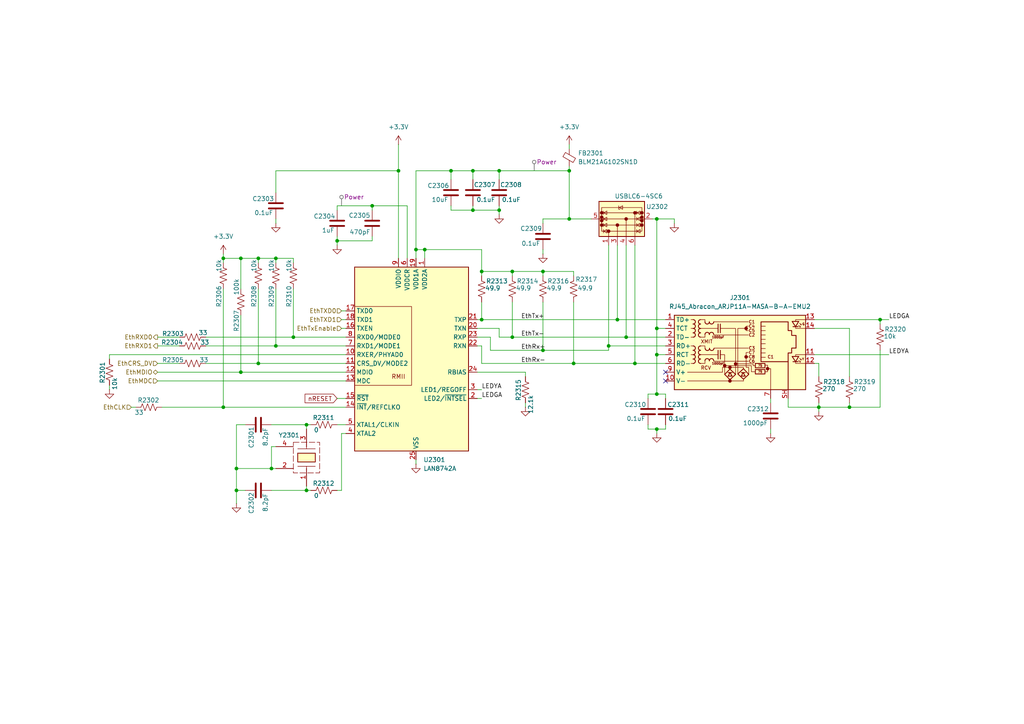
<source format=kicad_sch>
(kicad_sch (version 20250114) (generator "eeschema") (generator_version "9.0")
  (paper "A4")
  (lib_symbols
    (symbol "Connector:RJ45_Abracon_ARJP11A-MASA-B-A-EMU2"
      (property "Reference" "J" (at 18.415 12.7 0))
      (property "Value" "RJ45_Abracon_ARJP11A-MASA-B-A-EMU2" (at -4.445 12.7 0))
      (symbol "RJ45_Abracon_ARJP11A-MASA-B-A-EMU2_0_0"
        (polyline (pts (xy -5.08 8.89) (xy -5.08 6.35)) (stroke (width 0.254)))
        (polyline (pts (xy -5.08 1.27) (xy -5.08 -1.27)) (stroke (width 0.254)))
        (polyline (pts (xy -4.445 8.89) (xy -4.445 6.35)) (stroke (width 0.254)))
        (polyline (pts (xy -4.445 1.27) (xy -4.445 -1.27)) (stroke (width 0.254)))
        (circle (center -3.175 -3.175) (radius 0.0001) (stroke (width 0.508)))
        (circle (center -1.651 -3.683) (radius 0.0001) (stroke (width 0.508)))
        (circle (center -1.651 -7.62) (radius 0.0001) (stroke (width 0.508)))
        (circle (center 0 -2.667) (radius 0.0001) (stroke (width 0.508)))
        (circle (center 3.048 7.62) (radius 0.0001) (stroke (width 0.508)))
        (circle (center 3.048 -0.635) (radius 0.0001) (stroke (width 0.508)))
        (polyline (pts (xy 3.683 8.255) (xy 3.048 8.255) (xy 3.048 6.985) (xy 3.683 6.985)))
        (polyline (pts (xy 3.683 0.635) (xy 3.048 0.635) (xy 3.048 -0.635) (xy 3.683 -0.635)))
        (polyline (pts (xy 8.636 -4.953) (xy 9.271 -4.953) (xy 9.271 -3.048) (xy 8.636 -3.048)))
        (polyline (pts (xy 9.271 -4.064) (xy 10.16 -4.064)))
        (circle (center 9.271 -4.064) (radius 0.0001) (stroke (width 0.508)))
        (polyline (pts (xy 17.399 9.652) (xy 17.399 10.16) (xy 20.32 10.16)))
        (polyline (pts (xy 17.399 -0.508) (xy 17.399 0) (xy 20.32 0)))
        (polyline (pts (xy 20.32 7.62) (xy 17.399 7.62) (xy 17.399 8.128)))
        (polyline (pts (xy 20.32 -2.54) (xy 17.399 -2.54) (xy 17.399 -2.032)))
        (text "XMIT" (at -10.16 3.81 0) (effects (font (size 1.016 1.016)) (justify left)))
        (text "RCV" (at -10.16 -3.81 0) (effects (font (size 1.016 1.016)) (justify left)))
        (text "C1" (at 4.699 9.525 0) (effects (font (size 0.889 0.889))))
        (text "C4" (at 4.699 8.255 0) (effects (font (size 0.889 0.889))))
        (text "C5" (at 4.699 6.985 0) (effects (font (size 0.889 0.889))))
        (text "C2" (at 4.699 5.715 0) (effects (font (size 0.889 0.889))))
        (text "C3" (at 4.699 1.905 0) (effects (font (size 0.889 0.889))))
        (text "C7" (at 4.699 0.635 0) (effects (font (size 0.889 0.889))))
        (text "C8" (at 4.699 -0.635 0) (effects (font (size 0.889 0.889))))
        (text "C6" (at 4.699 -1.905 0) (effects (font (size 0.889 0.889))))
        (text "C1" (at 10.16 -0.635 0) (effects (font (size 0.889 0.889))))
      )
      (symbol "RJ45_Abracon_ARJP11A-MASA-B-A-EMU2_0_1"
        (rectangle (start -17.78 11.43) (end 20.32 -10.16) (stroke (width 0.254)) (fill (type background)))
        (polyline (pts (xy -12.3163 10.16) (xy -12.9513 10.16)))
        (polyline (pts (xy -12.3163 7.62) (xy -12.9513 7.62)))
        (polyline (pts (xy -12.3163 5.08) (xy -12.9513 5.08)))
        (polyline (pts (xy -12.3163 2.54) (xy -12.9513 2.54)))
        (polyline (pts (xy -12.3163 0) (xy -12.9513 0)))
        (polyline (pts (xy -12.3163 -2.54) (xy -12.9513 -2.54)))
        (polyline (pts (xy -10.16 10.16) (xy -8.89 10.16) (xy -8.89 9.525)))
        (polyline (pts (xy -10.16 2.54) (xy -8.89 2.54) (xy -8.89 1.905)))
        (polyline (pts (xy -8.89 5.715) (xy -8.89 5.08) (xy -10.16 5.08)))
        (polyline (pts (xy -8.89 -1.905) (xy -8.89 -2.54) (xy -10.16 -2.54)))
        (polyline (pts (xy -6.35 9.525) (xy 3.683 9.525)))
        (polyline (pts (xy -6.35 5.715) (xy 3.683 5.715)))
        (polyline (pts (xy -6.35 -1.905) (xy 3.683 -1.905)))
        (polyline (pts (xy -6.223 1.905) (xy 3.683 1.905)))
        (polyline (pts (xy -5.08 7.62) (xy -10.16 7.62)))
        (polyline (pts (xy -5.08 0) (xy -10.16 0)))
        (polyline (pts (xy -4.445 7.62) (xy 0 7.62) (xy 0 -5.715)))
        (polyline (pts (xy -4.445 0) (xy -3.175 0) (xy -3.175 -5.715)))
        (polyline (pts (xy 7.366 5.715) (xy 8.636 5.715)))
        (polyline (pts (xy 7.366 4.445) (xy 8.636 4.445)))
        (polyline (pts (xy 7.366 3.175) (xy 8.636 3.175)))
        (polyline (pts (xy 7.366 1.778) (xy 8.636 1.778)))
        (polyline (pts (xy 7.366 0.508) (xy 8.636 0.508)))
        (polyline (pts (xy 8.636 8.255) (xy 7.366 8.255)))
        (polyline (pts (xy 8.636 6.985) (xy 7.366 6.985)))
        (polyline (pts (xy 8.636 -0.762) (xy 7.366 -0.762)))
      )
      (symbol "RJ45_Abracon_ARJP11A-MASA-B-A-EMU2_1_0"
        (text "1000pF" (at -5.08 5.08 0) (effects (font (size 0.635 0.635))))
        (text "1000pF" (at -5.08 -2.54 0) (effects (font (size 0.635 0.635))))
      )
      (symbol "RJ45_Abracon_ARJP11A-MASA-B-A-EMU2_1_1"
        (polyline (pts (xy -13.97 -5.08) (xy -3.81 -5.08)))
        (polyline (pts (xy -13.97 -7.62) (xy 2.286 -7.62)))
        (arc (start -12.3163 2.54) (mid -11.684 1.905) (end -12.3163 1.27) (stroke (width 0.254)))
        (arc (start -12.3136 10.16) (mid -11.6813 9.525) (end -12.3136 8.89) (stroke (width 0.254)))
        (arc (start -12.3136 1.27) (mid -11.6813 0.635) (end -12.3136 0) (stroke (width 0.254)))
        (arc (start -12.3136 0) (mid -11.6813 -0.635) (end -12.3136 -1.27) (stroke (width 0.254)))
        (arc (start -12.3136 -1.27) (mid -11.6813 -1.905) (end -12.3136 -2.54) (stroke (width 0.254)))
        (arc (start -12.3109 8.89) (mid -11.6786 8.255) (end -12.3109 7.62) (stroke (width 0.254)))
        (arc (start -12.3109 7.62) (mid -11.6786 6.985) (end -12.3109 6.35) (stroke (width 0.254)))
        (arc (start -12.3109 6.35) (mid -11.6786 5.715) (end -12.3109 5.08) (stroke (width 0.254)))
        (arc (start -10.1654 8.89) (mid -10.7977 9.525) (end -10.1654 10.16) (stroke (width 0.254)))
        (arc (start -10.1654 7.62) (mid -10.7977 8.255) (end -10.1654 8.89) (stroke (width 0.254)))
        (arc (start -10.1654 6.35) (mid -10.7977 6.985) (end -10.1654 7.62) (stroke (width 0.254)))
        (arc (start -10.1654 1.27) (mid -10.7977 1.905) (end -10.1654 2.54) (stroke (width 0.254)))
        (arc (start -10.1654 0) (mid -10.7977 0.635) (end -10.1654 1.27) (stroke (width 0.254)))
        (arc (start -10.1654 -1.27) (mid -10.7977 -0.635) (end -10.1654 0) (stroke (width 0.254)))
        (arc (start -10.1627 5.08) (mid -10.795 5.715) (end -10.1627 6.35) (stroke (width 0.254)))
        (arc (start -10.1627 -2.54) (mid -10.795 -1.905) (end -10.1627 -1.27) (stroke (width 0.254)))
        (arc (start -7.62 9.5223) (mid -8.255 8.89) (end -8.89 9.5223) (stroke (width 0.254)))
        (arc (start -8.89 5.8447) (mid -8.255 6.477) (end -7.62 5.8447) (stroke (width 0.254)))
        (arc (start -8.89 -1.7753) (mid -8.255 -1.143) (end -7.62 -1.7753) (stroke (width 0.254)))
        (arc (start -7.5565 1.8388) (mid -8.1915 1.2065) (end -8.8265 1.8388) (stroke (width 0.254)))
        (arc (start -6.35 9.525) (mid -6.985 8.8927) (end -7.62 9.525) (stroke (width 0.254)))
        (arc (start -7.62 5.8474) (mid -6.985 6.4797) (end -6.35 5.8474) (stroke (width 0.254)))
        (arc (start -7.62 -1.7726) (mid -6.985 -1.1403) (end -6.35 -1.7726) (stroke (width 0.254)))
        (arc (start -6.2865 1.8415) (mid -6.9215 1.2092) (end -7.5565 1.8415) (stroke (width 0.254)))
        (polyline (pts (xy -3.81 -5.08) (xy -3.81 -3.683) (xy -1.651 -3.683)))
        (polyline (pts (xy -2.159 -5.207) (xy -1.016 -5.207)) (stroke (width 0.254)))
        (polyline (pts (xy -2.159 -6.223) (xy -1.016 -6.223) (xy -1.651 -5.207) (xy -2.159 -6.223)) (stroke (width 0.254)))
        (polyline (pts (xy -1.905 -3.683) (xy -1.651 -3.683) (xy -1.651 -4.191)))
        (polyline (pts (xy -1.651 -3.683) (xy 2.286 -3.683) (xy 2.286 -4.064)))
        (polyline (pts (xy -1.651 -4.191) (xy -3.175 -5.715) (xy -1.651 -7.239) (xy 0 -5.715) (xy -1.651 -4.191)) (stroke (width 0.254)))
        (polyline (pts (xy -1.651 -7.239) (xy -1.651 -7.493)))
        (polyline (pts (xy 1.651 -5.207) (xy 2.794 -5.207)) (stroke (width 0.254)))
        (polyline (pts (xy 1.651 -6.223) (xy 2.794 -6.223) (xy 2.159 -5.207) (xy 1.651 -6.223)) (stroke (width 0.254)))
        (polyline (pts (xy 2.286 -4.064) (xy 0.635 -5.588) (xy 2.286 -7.112) (xy 3.81 -5.715) (xy 2.286 -4.064)) (stroke (width 0.254)))
        (polyline (pts (xy 2.286 -7.112) (xy 2.286 -7.62)))
        (polyline (pts (xy 3.048 7.62) (xy 0.635 7.62) (xy 0.635 -5.588)))
        (polyline (pts (xy 3.048 -0.508) (xy 3.048 -3.683) (xy 3.81 -3.683) (xy 3.81 -5.715)))
        (polyline (pts (xy 5.715 -3.175) (xy 5.08 -3.175) (xy 5.08 -2.667) (xy 0 -2.667)))
        (polyline (pts (xy 5.715 -4.953) (xy 4.572 -4.953) (xy 4.572 -3.175) (xy -3.175 -3.175)))
        (polyline (pts (xy 7.366 -2.032) (xy 7.366 9.525) (xy 15.24 9.525) (xy 15.24 6.985) (xy 16.256 6.985) (xy 16.256 5.588) (xy 17.526 5.588) (xy 17.526 1.905) (xy 16.256 1.905) (xy 16.256 0.508) (xy 15.24 0.508) (xy 15.24 -2.032) (xy 7.366 -2.032)) (stroke (width 0.254)))
        (rectangle (start 8.509 -3.81) (end 5.715 -2.54) (stroke (width 0.254)))
        (rectangle (start 8.509 -5.588) (end 5.715 -4.318) (stroke (width 0.254)))
        (polyline (pts (xy 10.16 -4.064) (xy 10.16 -10.16)))
        (polyline (pts (xy 15.24 -10.16) (xy 15.24 -2.032)) (stroke (width 0.254)))
        (polyline (pts (xy 18.161 8.128) (xy 16.637 8.128)) (stroke (width 0.254)))
        (polyline (pts (xy 18.161 -2.032) (xy 16.637 -2.032)) (stroke (width 0.254)))
        (polyline (pts (xy 18.288 9.652) (xy 16.383 9.652) (xy 17.399 8.128) (xy 18.288 9.652)) (stroke (width 0.254)))
        (polyline (pts (xy 18.288 8.509) (xy 18.796 8.001) (xy 18.542 8.001)))
        (polyline (pts (xy 18.288 -0.508) (xy 16.383 -0.508) (xy 17.399 -2.032) (xy 18.288 -0.508)) (stroke (width 0.254)))
        (polyline (pts (xy 18.288 -1.651) (xy 18.796 -2.159) (xy 18.542 -2.159)))
        (polyline (pts (xy 18.542 9.144) (xy 19.05 8.636) (xy 18.796 8.636)))
        (polyline (pts (xy 18.542 -1.016) (xy 19.05 -1.524) (xy 18.796 -1.524)))
        (polyline (pts (xy 18.796 8.001) (xy 18.796 8.255)))
        (polyline (pts (xy 18.796 -2.159) (xy 18.796 -1.905)))
        (polyline (pts (xy 19.05 8.636) (xy 19.05 8.89)))
        (polyline (pts (xy 19.05 -1.524) (xy 19.05 -1.27)))
        (text "75" (at 7.112 -3.175 0) (effects (font (size 0.635 0.635))))
        (text "75" (at 7.112 -4.953 0) (effects (font (size 0.635 0.635))))
        (text "Y" (at 19.558 -1.27 0) (effects (font (size 0.635 0.635))))
        (text "G" (at 19.685 8.89 0) (effects (font (size 0.635 0.635))))
        (pin passive line (at -20.32 10.16 0) (length 2.54) (name "TD+") (number "1"))
        (pin passive line (at -20.32 7.62 0) (length 2.54) (name "TCT") (number "4"))
        (pin passive line (at -20.32 5.08 0) (length 2.54) (name "TD-") (number "2"))
        (pin passive line (at -20.32 2.54 0) (length 2.54) (name "RD+") (number "3"))
        (pin passive line (at -20.32 0 0) (length 2.54) (name "RCT") (number "5"))
        (pin passive line (at -20.32 -2.54 0) (length 2.54) (name "RD-") (number "6"))
        (pin power_out line (at -20.32 -5.08 0) (length 2.54) (name "V+") (number "9"))
        (pin power_out line (at -20.32 -7.62 0) (length 2.54) (name "V-") (number "10"))
        (pin power_in line (at 10.16 -12.7 90) (length 2.54) (name "") (number "7"))
        (pin passive line (at 15.24 -12.7 90) (length 2.54) (name "") (number "SH"))
        (pin no_connect line (at 20.32 5.08 0) (length 0) (hide yes) (name "NC") (number "8"))
        (pin passive line (at 22.86 10.16 180) (length 2.54) (name "") (number "13"))
        (pin passive line (at 22.86 7.62 180) (length 2.54) (name "") (number "14"))
        (pin passive line (at 22.86 0 180) (length 2.54) (name "") (number "11"))
        (pin passive line (at 22.86 -2.54 180) (length 2.54) (name "") (number "12"))
      )
    )
    (symbol "Device:C" (pin_numbers (hide yes)) (pin_names (offset 0.254))
      (property "Reference" "C" (at 0.635 2.54 0))
      (property "Value" "C" (at 0.635 -2.54 0))
      (symbol "C_0_1"
        (polyline (pts (xy -2.032 0.762) (xy 2.032 0.762)) (stroke (width 0.508)))
        (polyline (pts (xy -2.032 -0.762) (xy 2.032 -0.762)) (stroke (width 0.508)))
      )
      (symbol "C_1_1"
        (pin passive line (at 0 3.81 270) (length 2.794) (name "~") (number "1"))
        (pin passive line (at 0 -3.81 90) (length 2.794) (name "~") (number "2"))
      )
    )
    (symbol "Device:FerriteBead_Small" (pin_numbers (hide yes)) (pin_names (offset 0))
      (property "Reference" "FB" (at 1.905 1.27 0))
      (property "Value" "FerriteBead_Small" (at 1.905 -1.27 0))
      (symbol "FerriteBead_Small_0_1"
        (polyline (pts (xy -1.8288 0.2794) (xy -1.1176 1.4986) (xy 1.8288 -0.2032) (xy 1.1176 -1.4224) (xy -1.8288 0.2794)))
        (polyline (pts (xy 0 0.889) (xy 0 1.2954)))
        (polyline (pts (xy 0 -1.27) (xy 0 -0.7874)))
      )
      (symbol "FerriteBead_Small_1_1"
        (pin passive line (at 0 2.54 270) (length 1.27) (name "~") (number "1"))
        (pin passive line (at 0 -2.54 90) (length 1.27) (name "~") (number "2"))
      )
    )
    (symbol "Device:R_US" (pin_numbers (hide yes)) (pin_names (offset 0))
      (property "Reference" "R" (at 2.54 0 90))
      (property "Value" "R_US" (at -2.54 0 90))
      (symbol "R_US_0_1"
        (polyline (pts (xy 0 2.286) (xy 0 2.54)))
        (polyline (pts (xy 0 2.286) (xy 1.016 1.905) (xy 0 1.524) (xy -1.016 1.143) (xy 0 0.762)))
        (polyline (pts (xy 0 0.762) (xy 1.016 0.381) (xy 0 0) (xy -1.016 -0.381) (xy 0 -0.762)))
        (polyline (pts (xy 0 -0.762) (xy 1.016 -1.143) (xy 0 -1.524) (xy -1.016 -1.905) (xy 0 -2.286)))
        (polyline (pts (xy 0 -2.286) (xy 0 -2.54)))
      )
      (symbol "R_US_1_1"
        (pin passive line (at 0 3.81 270) (length 1.27) (name "~") (number "1"))
        (pin passive line (at 0 -3.81 90) (length 1.27) (name "~") (number "2"))
      )
    )
    (symbol "ECS-2033-250-BN:ECS-2033-250-BN"
      (property "Reference" "Y" (at 10.668 7.366 0))
      (property "Value" "ECS-2033-250-BN" (at 3.81 5.588 0))
      (symbol "ECS-2033-250-BN_0_1"
        (polyline (pts (xy 9.525 2.54) (xy 9.525 -2.54)))
        (polyline (pts (xy 14.605 2.54) (xy 14.605 -2.54)))
      )
      (symbol "ECS-2033-250-BN_1_1"
        (rectangle (start 7.62 3.81) (end 16.51 -3.81) (stroke (width 0) (type dash)))
        (polyline (pts (xy 8.89 0) (xy 9.525 0)))
        (rectangle (start 10.795 2.54) (end 13.335 -2.54) (stroke (width 0.254)) (fill (type background)))
        (polyline (pts (xy 15.24 0) (xy 14.605 0)))
        (pin passive line (at 3.81 0 0) (length 5.08) (name "") (number "1"))
        (pin passive line (at 8.89 -8.89 90) (length 5.08) (name "") (number "2"))
        (pin passive line (at 15.24 -8.89 90) (length 5.08) (name "") (number "4"))
        (pin passive line (at 20.32 0 180) (length 5.08) (name "") (number "3"))
      )
    )
    (symbol "Interface_Ethernet:LAN8742A"
      (property "Reference" "U" (at -13.97 29.21 0))
      (property "Value" "LAN8742A" (at 15.24 29.21 0))
      (symbol "LAN8742A_0_0"
        (text "RMII" (at -5.08 -3.81 0) (effects (font (size 1.27 1.27))))
      )
      (symbol "LAN8742A_0_1"
        (rectangle (start -17.78 27.94) (end 15.24 -25.4) (stroke (width 0.254)) (fill (type background)))
        (polyline (pts (xy -17.78 -6.35) (xy -1.27 -6.35) (xy -1.27 16.51) (xy -17.78 16.51)))
      )
      (symbol "LAN8742A_1_1"
        (pin input line (at -20.32 15.24 0) (length 2.54) (name "TXD0") (number "17"))
        (pin input line (at -20.32 12.7 0) (length 2.54) (name "TXD1") (number "18"))
        (pin input line (at -20.32 10.16 0) (length 2.54) (name "TXEN") (number "16"))
        (pin bidirectional line (at -20.32 7.62 0) (length 2.54) (name "RXD0/MODE0") (number "8"))
        (pin bidirectional line (at -20.32 5.08 0) (length 2.54) (name "RXD1/MODE1") (number "7"))
        (pin output line (at -20.32 2.54 0) (length 2.54) (name "RXER/PHYAD0") (number "10"))
        (pin bidirectional line (at -20.32 0 0) (length 2.54) (name "CRS_DV/MODE2") (number "11"))
        (pin bidirectional line (at -20.32 -2.54 0) (length 2.54) (name "MDIO") (number "12"))
        (pin input line (at -20.32 -5.08 0) (length 2.54) (name "MDC") (number "13"))
        (pin input line (at -20.32 -10.16 0) (length 2.54) (name "~{RST}") (number "15"))
        (pin output line (at -20.32 -12.7 0) (length 2.54) (name "~{INT}/REFCLKO") (number "14"))
        (pin input line (at -20.32 -17.78 0) (length 2.54) (name "XTAL1/CLKIN") (number "5"))
        (pin output line (at -20.32 -20.32 0) (length 2.54) (name "XTAL2") (number "4"))
        (pin power_in line (at -5.08 30.48 270) (length 2.54) (name "VDDIO") (number "9"))
        (pin power_in line (at -2.54 30.48 270) (length 2.54) (name "VDDCR") (number "6"))
        (pin power_in line (at 0 30.48 270) (length 2.54) (name "VDD1A") (number "19"))
        (pin power_in line (at 0 -27.94 90) (length 2.54) (name "VSS") (number "25"))
        (pin power_in line (at 2.54 30.48 270) (length 2.54) (name "VDD2A") (number "1"))
        (pin passive line (at 17.78 12.7 180) (length 2.54) (name "TXP") (number "21"))
        (pin passive line (at 17.78 10.16 180) (length 2.54) (name "TXN") (number "20"))
        (pin passive line (at 17.78 7.62 180) (length 2.54) (name "RXP") (number "23"))
        (pin passive line (at 17.78 5.08 180) (length 2.54) (name "RXN") (number "22"))
        (pin passive line (at 17.78 -2.54 180) (length 2.54) (name "RBIAS") (number "24"))
        (pin bidirectional line (at 17.78 -7.62 180) (length 2.54) (name "LED1/REGOFF") (number "3"))
        (pin bidirectional line (at 17.78 -10.16 180) (length 2.54) (name "LED2/~{INTSEL}") (number "2"))
      )
    )
    (symbol "Power_Protection:USBLC6-4SC6" (pin_names (hide yes))
      (property "Reference" "U" (at 1.27 9.525 0))
      (property "Value" "USBLC6-4SC6" (at 1.27 6.985 0))
      (symbol "USBLC6-4SC6_0_0"
        (circle (center -3.556 2.54) (radius 0.0001) (stroke (width 0.508)))
        (circle (center -1.778 4.572) (radius 0.0001) (stroke (width 0.508)))
        (circle (center -1.778 0) (radius 0.0001) (stroke (width 0.508)))
        (circle (center -1.778 -7.112) (radius 0.0001) (stroke (width 0.508)))
        (circle (center -0.508 4.572) (radius 0.0001) (stroke (width 0.508)))
        (circle (center -0.508 -7.112) (radius 0.0001) (stroke (width 0.508)))
        (circle (center 0 -2.54) (radius 0.0001) (stroke (width 0.508)))
        (circle (center 0.508 4.572) (radius 0.0001) (stroke (width 0.508)))
        (circle (center 0.508 -7.112) (radius 0.0001) (stroke (width 0.508)))
        (circle (center 1.778 4.572) (radius 0.0001) (stroke (width 0.508)))
        (circle (center 1.778 -5.08) (radius 0.0001) (stroke (width 0.508)))
        (circle (center 1.778 -7.112) (radius 0.0001) (stroke (width 0.508)))
      )
      (symbol "USBLC6-4SC6_0_1"
        (polyline (pts (xy -5.08 2.54) (xy -3.556 2.54)))
        (polyline (pts (xy -5.08 0) (xy -1.778 0)))
        (polyline (pts (xy -5.08 -2.54) (xy 0 -2.54)))
        (polyline (pts (xy -5.08 -5.08) (xy 1.778 -5.08)))
        (polyline (pts (xy -4.064 3.048) (xy -3.048 3.048) (xy -3.556 4.064) (xy -4.064 3.048)))
        (polyline (pts (xy -4.064 -5.588) (xy -3.048 -5.588)))
        (polyline (pts (xy -3.048 4.064) (xy -4.064 4.064)))
        (polyline (pts (xy -3.048 -6.604) (xy -4.064 -6.604) (xy -3.556 -5.588) (xy -3.048 -6.604)))
        (polyline (pts (xy -2.286 4.064) (xy -1.27 4.064)))
        (polyline (pts (xy -2.286 -5.588) (xy -1.27 -5.588)))
        (polyline (pts (xy -1.27 3.048) (xy -2.286 3.048) (xy -1.778 4.064) (xy -1.27 3.048)))
        (polyline (pts (xy -1.27 -6.604) (xy -2.286 -6.604) (xy -1.778 -5.588) (xy -1.27 -6.604)))
        (polyline (pts (xy -0.508 3.048) (xy 0.508 3.048) (xy 0 4.064) (xy -0.508 3.048)))
        (polyline (pts (xy -0.508 -5.588) (xy 0.508 -5.588)))
        (polyline (pts (xy -0.508 -6.604) (xy 0.508 -6.604) (xy 0 -5.588) (xy -0.508 -6.604)))
        (polyline (pts (xy 0 5.08) (xy 0.508 4.572)))
        (polyline (pts (xy 0.508 4.064) (xy -0.508 4.064)))
        (polyline (pts (xy 0.508 -7.112) (xy -0.508 -7.112)))
        (polyline (pts (xy 1.27 4.064) (xy 2.286 4.064)))
        (polyline (pts (xy 1.27 -6.604) (xy 2.286 -6.604) (xy 1.778 -5.588) (xy 1.27 -6.604)))
        (polyline (pts (xy 1.778 4.572) (xy 3.302 4.572) (xy 3.302 -7.112) (xy 1.778 -7.112)))
        (polyline (pts (xy 2.286 3.048) (xy 1.27 3.048) (xy 1.778 4.064) (xy 2.286 3.048)))
        (polyline (pts (xy 2.286 -5.588) (xy 1.27 -5.588)))
        (polyline (pts (xy 2.794 -0.762) (xy 2.794 -0.381) (xy 3.81 -0.381)))
        (polyline (pts (xy 3.81 -1.524) (xy 2.794 -1.524) (xy 3.302 -0.508) (xy 3.81 -1.524)))
      )
      (symbol "USBLC6-4SC6_1_1"
        (rectangle (start -5.08 5.334) (end 5.08 -7.874) (stroke (width 0.254)) (fill (type background)))
        (polyline (pts (xy -1.778 4.572) (xy -3.556 4.572) (xy -3.556 -7.112) (xy -1.778 -7.112)))
        (polyline (pts (xy -0.508 4.572) (xy 1.778 4.572) (xy 1.778 -7.112) (xy 0.508 -7.112)))
        (polyline (pts (xy 0 -7.62) (xy -0.508 -7.112) (xy -1.778 -7.112) (xy -1.778 4.572) (xy -0.508 4.572)))
        (polyline (pts (xy 0.508 -7.112) (xy 0 -6.604) (xy 0 4.064) (xy -0.508 4.572)))
        (pin passive line (at -7.62 2.54 0) (length 2.54) (name "I/O1") (number "1"))
        (pin passive line (at -7.62 0 0) (length 2.54) (name "I/O2") (number "3"))
        (pin passive line (at -7.62 -2.54 0) (length 2.54) (name "I/O3") (number "4"))
        (pin passive line (at -7.62 -5.08 0) (length 2.54) (name "I/O4") (number "6"))
        (pin passive line (at 0 7.62 270) (length 2.54) (name "VBUS") (number "5"))
        (pin passive line (at 0 -10.16 90) (length 2.54) (name "GND") (number "2"))
      )
    )
    (symbol "power:+3.3V" (power) (pin_numbers (hide yes)) (pin_names (offset 0) (hide yes))
      (property "Value" "+3.3V" (at 0 3.556 0))
      (symbol "+3.3V_0_1"
        (polyline (pts (xy -0.762 1.27) (xy 0 2.54)))
        (polyline (pts (xy 0 2.54) (xy 0.762 1.27)))
        (polyline (pts (xy 0 0) (xy 0 2.54)))
      )
      (symbol "+3.3V_1_1"
        (pin power_in line (at 0 0 90) (length 0) (name "~") (number "1"))
      )
    )
    (symbol "power:GND" (power) (pin_numbers (hide yes)) (pin_names (offset 0) (hide yes))
      (property "Value" "GND" (at 0 -3.81 0))
      (symbol "GND_0_1"
        (polyline (pts (xy 0 0) (xy 0 -1.27) (xy 1.27 -1.27) (xy 0 -2.54) (xy -1.27 -1.27) (xy 0 -1.27)))
      )
      (symbol "GND_1_1"
        (pin power_in line (at 0 0 270) (length 0) (name "~") (number "1"))
      )
    )
  )
  (junction (at 78.74 135.89))
  (junction (at 130.81 49.53))
  (junction (at 157.48 101.6))
  (junction (at 139.7 78.74))
  (junction (at 190.5 102.87))
  (junction (at 74.93 74.93))
  (junction (at 120.65 72.39))
  (junction (at 80.01 100.33))
  (junction (at 107.95 59.69))
  (junction (at 237.49 118.11))
  (junction (at 148.59 78.74))
  (junction (at 246.38 118.11))
  (junction (at 144.78 49.53))
  (junction (at 190.5 124.46))
  (junction (at 68.58 135.89))
  (junction (at 165.1 63.5))
  (junction (at 181.61 97.79))
  (junction (at 184.15 105.41))
  (junction (at 139.7 92.71))
  (junction (at 148.59 97.79))
  (junction (at 69.85 74.93))
  (junction (at 74.93 105.41))
  (junction (at 144.78 60.96))
  (junction (at 137.16 60.96))
  (junction (at 68.58 142.24))
  (junction (at 97.79 69.85))
  (junction (at 176.53 100.33))
  (junction (at 137.16 49.53))
  (junction (at 157.48 78.74))
  (junction (at 85.09 97.79))
  (junction (at 88.9 142.24))
  (junction (at 123.19 72.39))
  (junction (at 255.27 92.71))
  (junction (at 190.5 114.3))
  (junction (at 88.9 123.19))
  (junction (at 190.5 63.5))
  (junction (at 64.77 74.93))
  (junction (at 115.57 49.53))
  (junction (at 166.37 105.41))
  (junction (at 69.85 107.95))
  (junction (at 190.5 95.25))
  (junction (at 165.1 49.53))
  (junction (at 179.07 92.71))
  (junction (at 64.77 118.11))
  (junction (at 80.01 74.93))
  (no_connect (at 193.04 107.95))
  (no_connect (at 193.04 110.49))
  (wire (pts (xy 99.06 95.25) (xy 100.33 95.25)))
  (wire (pts (xy 190.5 102.87) (xy 190.5 114.3)))
  (wire (pts (xy 130.81 49.53) (xy 137.16 49.53)))
  (wire (pts (xy 88.9 142.24) (xy 88.9 140.97)))
  (wire (pts (xy 171.45 63.5) (xy 165.1 63.5)))
  (wire (pts (xy 69.85 74.93) (xy 74.93 74.93)))
  (wire (pts (xy 187.96 124.46) (xy 190.5 124.46)))
  (wire (pts (xy 246.38 118.11) (xy 237.49 118.11)))
  (wire (pts (xy 190.5 114.3) (xy 187.96 114.3)))
  (wire (pts (xy 80.01 63.5) (xy 80.01 64.77)))
  (wire (pts (xy 31.75 111.76) (xy 31.75 113.03)))
  (wire (pts (xy 193.04 123.19) (xy 193.04 124.46)))
  (wire (pts (xy 139.7 92.71) (xy 179.07 92.71)))
  (wire (pts (xy 139.7 78.74) (xy 148.59 78.74)))
  (wire (pts (xy 255.27 101.6) (xy 255.27 118.11)))
  (wire (pts (xy 85.09 97.79) (xy 100.33 97.79)))
  (wire (pts (xy 68.58 146.05) (xy 68.58 142.24)))
  (wire (pts (xy 97.79 68.58) (xy 97.79 69.85)))
  (wire (pts (xy 138.43 115.57) (xy 139.7 115.57)))
  (wire (pts (xy 144.78 49.53) (xy 165.1 49.53)))
  (wire (pts (xy 166.37 80.01) (xy 166.37 78.74)))
  (wire (pts (xy 246.38 116.84) (xy 246.38 118.11)))
  (wire (pts (xy 179.07 92.71) (xy 193.04 92.71)))
  (wire (pts (xy 193.04 97.79) (xy 181.61 97.79)))
  (wire (pts (xy 137.16 59.69) (xy 137.16 60.96)))
  (wire (pts (xy 74.93 76.2) (xy 74.93 74.93)))
  (wire (pts (xy 64.77 73.66) (xy 64.77 74.93)))
  (wire (pts (xy 152.4 109.22) (xy 152.4 107.95)))
  (wire (pts (xy 64.77 118.11) (xy 100.33 118.11)))
  (wire (pts (xy 85.09 83.82) (xy 85.09 97.79)))
  (wire (pts (xy 138.43 92.71) (xy 139.7 92.71)))
  (wire (pts (xy 190.5 63.5) (xy 190.5 95.25)))
  (wire (pts (xy 78.74 142.24) (xy 88.9 142.24)))
  (wire (pts (xy 157.48 78.74) (xy 157.48 80.01)))
  (wire (pts (xy 176.53 71.12) (xy 176.53 100.33)))
  (wire (pts (xy 80.01 83.82) (xy 80.01 100.33)))
  (wire (pts (xy 187.96 123.19) (xy 187.96 124.46)))
  (wire (pts (xy 45.72 97.79) (xy 52.07 97.79)))
  (wire (pts (xy 236.22 95.25) (xy 246.38 95.25)))
  (wire (pts (xy 107.95 59.69) (xy 107.95 60.96)))
  (wire (pts (xy 152.4 107.95) (xy 138.43 107.95)))
  (wire (pts (xy 184.15 71.12) (xy 184.15 105.41)))
  (wire (pts (xy 228.6 115.57) (xy 228.6 118.11)))
  (wire (pts (xy 148.59 87.63) (xy 148.59 97.79)))
  (wire (pts (xy 78.74 129.54) (xy 80.01 129.54)))
  (wire (pts (xy 144.78 97.79) (xy 148.59 97.79)))
  (wire (pts (xy 223.52 124.46) (xy 223.52 125.73)))
  (wire (pts (xy 137.16 52.07) (xy 137.16 49.53)))
  (wire (pts (xy 246.38 109.22) (xy 246.38 95.25)))
  (wire (pts (xy 107.95 69.85) (xy 97.79 69.85)))
  (wire (pts (xy 157.48 101.6) (xy 176.53 101.6)))
  (wire (pts (xy 120.65 49.53) (xy 120.65 72.39)))
  (wire (pts (xy 166.37 105.41) (xy 184.15 105.41)))
  (wire (pts (xy 99.06 125.73) (xy 100.33 125.73)))
  (wire (pts (xy 74.93 83.82) (xy 74.93 105.41)))
  (wire (pts (xy 139.7 105.41) (xy 139.7 100.33)))
  (wire (pts (xy 68.58 123.19) (xy 71.12 123.19)))
  (wire (pts (xy 80.01 135.89) (xy 78.74 135.89)))
  (wire (pts (xy 97.79 60.96) (xy 97.79 59.69)))
  (wire (pts (xy 184.15 105.41) (xy 193.04 105.41)))
  (wire (pts (xy 123.19 72.39) (xy 139.7 72.39)))
  (wire (pts (xy 193.04 114.3) (xy 190.5 114.3)))
  (wire (pts (xy 130.81 52.07) (xy 130.81 49.53)))
  (wire (pts (xy 64.77 76.2) (xy 64.77 74.93)))
  (wire (pts (xy 137.16 49.53) (xy 144.78 49.53)))
  (wire (pts (xy 190.5 124.46) (xy 190.5 125.73)))
  (wire (pts (xy 166.37 87.63) (xy 166.37 105.41)))
  (wire (pts (xy 157.48 78.74) (xy 166.37 78.74)))
  (wire (pts (xy 120.65 133.35) (xy 120.65 134.62)))
  (wire (pts (xy 68.58 142.24) (xy 71.12 142.24)))
  (wire (pts (xy 176.53 101.6) (xy 176.53 100.33)))
  (wire (pts (xy 195.58 64.77) (xy 195.58 63.5)))
  (wire (pts (xy 120.65 72.39) (xy 123.19 72.39)))
  (wire (pts (xy 130.81 60.96) (xy 137.16 60.96)))
  (wire (pts (xy 237.49 109.22) (xy 237.49 105.41)))
  (wire (pts (xy 59.69 105.41) (xy 74.93 105.41)))
  (wire (pts (xy 45.72 110.49) (xy 100.33 110.49)))
  (wire (pts (xy 31.75 102.87) (xy 100.33 102.87)))
  (wire (pts (xy 78.74 123.19) (xy 88.9 123.19)))
  (wire (pts (xy 148.59 80.01) (xy 148.59 78.74)))
  (wire (pts (xy 157.48 63.5) (xy 157.48 64.77)))
  (wire (pts (xy 68.58 142.24) (xy 68.58 135.89)))
  (wire (pts (xy 181.61 71.12) (xy 181.61 97.79)))
  (wire (pts (xy 120.65 49.53) (xy 130.81 49.53)))
  (wire (pts (xy 99.06 142.24) (xy 99.06 125.73)))
  (wire (pts (xy 46.99 118.11) (xy 64.77 118.11)))
  (wire (pts (xy 190.5 124.46) (xy 193.04 124.46)))
  (wire (pts (xy 59.69 97.79) (xy 85.09 97.79)))
  (wire (pts (xy 59.69 100.33) (xy 80.01 100.33)))
  (wire (pts (xy 88.9 142.24) (xy 90.17 142.24)))
  (wire (pts (xy 130.81 59.69) (xy 130.81 60.96)))
  (wire (pts (xy 228.6 118.11) (xy 237.49 118.11)))
  (wire (pts (xy 38.1 118.11) (xy 39.37 118.11)))
  (wire (pts (xy 237.49 118.11) (xy 237.49 119.38)))
  (wire (pts (xy 187.96 114.3) (xy 187.96 115.57)))
  (wire (pts (xy 144.78 49.53) (xy 144.78 52.07)))
  (wire (pts (xy 157.48 72.39) (xy 157.48 73.66)))
  (wire (pts (xy 165.1 49.53) (xy 165.1 63.5)))
  (wire (pts (xy 69.85 91.44) (xy 69.85 107.95)))
  (wire (pts (xy 144.78 59.69) (xy 144.78 60.96)))
  (wire (pts (xy 223.52 115.57) (xy 223.52 116.84)))
  (wire (pts (xy 236.22 105.41) (xy 237.49 105.41)))
  (wire (pts (xy 255.27 92.71) (xy 255.27 93.98)))
  (wire (pts (xy 97.79 59.69) (xy 107.95 59.69)))
  (wire (pts (xy 138.43 95.25) (xy 144.78 95.25)))
  (wire (pts (xy 99.06 142.24) (xy 97.79 142.24)))
  (wire (pts (xy 157.48 87.63) (xy 157.48 101.6)))
  (wire (pts (xy 78.74 129.54) (xy 78.74 135.89)))
  (wire (pts (xy 165.1 41.91) (xy 165.1 43.18)))
  (wire (pts (xy 142.24 97.79) (xy 142.24 101.6)))
  (wire (pts (xy 190.5 63.5) (xy 195.58 63.5)))
  (wire (pts (xy 190.5 102.87) (xy 193.04 102.87)))
  (wire (pts (xy 68.58 135.89) (xy 78.74 135.89)))
  (wire (pts (xy 107.95 59.69) (xy 118.11 59.69)))
  (wire (pts (xy 80.01 100.33) (xy 100.33 100.33)))
  (wire (pts (xy 236.22 102.87) (xy 257.81 102.87)))
  (wire (pts (xy 97.79 69.85) (xy 97.79 71.12)))
  (wire (pts (xy 139.7 100.33) (xy 138.43 100.33)))
  (wire (pts (xy 88.9 123.19) (xy 90.17 123.19)))
  (wire (pts (xy 193.04 100.33) (xy 176.53 100.33)))
  (wire (pts (xy 88.9 123.19) (xy 88.9 124.46)))
  (wire (pts (xy 123.19 72.39) (xy 123.19 74.93)))
  (wire (pts (xy 138.43 113.03) (xy 139.7 113.03)))
  (wire (pts (xy 193.04 115.57) (xy 193.04 114.3)))
  (wire (pts (xy 237.49 116.84) (xy 237.49 118.11)))
  (wire (pts (xy 64.77 83.82) (xy 64.77 118.11)))
  (wire (pts (xy 139.7 80.01) (xy 139.7 78.74)))
  (wire (pts (xy 74.93 74.93) (xy 80.01 74.93)))
  (wire (pts (xy 69.85 107.95) (xy 100.33 107.95)))
  (wire (pts (xy 97.79 115.57) (xy 100.33 115.57)))
  (wire (pts (xy 45.72 100.33) (xy 52.07 100.33)))
  (wire (pts (xy 85.09 74.93) (xy 85.09 76.2)))
  (wire (pts (xy 31.75 102.87) (xy 31.75 104.14)))
  (wire (pts (xy 236.22 92.71) (xy 255.27 92.71)))
  (wire (pts (xy 148.59 78.74) (xy 157.48 78.74)))
  (wire (pts (xy 157.48 63.5) (xy 165.1 63.5)))
  (wire (pts (xy 190.5 95.25) (xy 190.5 102.87)))
  (wire (pts (xy 115.57 41.91) (xy 115.57 49.53)))
  (wire (pts (xy 179.07 71.12) (xy 179.07 92.71)))
  (wire (pts (xy 148.59 97.79) (xy 181.61 97.79)))
  (wire (pts (xy 107.95 68.58) (xy 107.95 69.85)))
  (wire (pts (xy 99.06 90.17) (xy 100.33 90.17)))
  (wire (pts (xy 165.1 48.26) (xy 165.1 49.53)))
  (wire (pts (xy 144.78 60.96) (xy 137.16 60.96)))
  (wire (pts (xy 69.85 83.82) (xy 69.85 74.93)))
  (wire (pts (xy 190.5 95.25) (xy 193.04 95.25)))
  (wire (pts (xy 80.01 74.93) (xy 85.09 74.93)))
  (wire (pts (xy 45.72 107.95) (xy 69.85 107.95)))
  (wire (pts (xy 45.72 105.41) (xy 52.07 105.41)))
  (wire (pts (xy 139.7 105.41) (xy 166.37 105.41)))
  (wire (pts (xy 138.43 97.79) (xy 142.24 97.79)))
  (wire (pts (xy 97.79 123.19) (xy 100.33 123.19)))
  (wire (pts (xy 120.65 72.39) (xy 120.65 74.93)))
  (wire (pts (xy 64.77 74.93) (xy 69.85 74.93)))
  (wire (pts (xy 139.7 87.63) (xy 139.7 92.71)))
  (wire (pts (xy 139.7 78.74) (xy 139.7 72.39)))
  (wire (pts (xy 246.38 118.11) (xy 255.27 118.11)))
  (wire (pts (xy 144.78 95.25) (xy 144.78 97.79)))
  (wire (pts (xy 144.78 60.96) (xy 144.78 62.23)))
  (wire (pts (xy 80.01 55.88) (xy 80.01 49.53)))
  (wire (pts (xy 189.23 63.5) (xy 190.5 63.5)))
  (wire (pts (xy 80.01 49.53) (xy 115.57 49.53)))
  (wire (pts (xy 115.57 49.53) (xy 115.57 74.93)))
  (wire (pts (xy 142.24 101.6) (xy 157.48 101.6)))
  (wire (pts (xy 255.27 92.71) (xy 257.81 92.71)))
  (wire (pts (xy 152.4 116.84) (xy 152.4 118.11)))
  (wire (pts (xy 80.01 76.2) (xy 80.01 74.93)))
  (wire (pts (xy 118.11 59.69) (xy 118.11 74.93)))
  (wire (pts (xy 99.06 92.71) (xy 100.33 92.71)))
  (wire (pts (xy 74.93 105.41) (xy 100.33 105.41)))
  (wire (pts (xy 68.58 123.19) (xy 68.58 135.89)))
  (label "LEDGA" (at 139.7 115.57 0))
  (label "EthRx-" (at 151.13 105.41 0))
  (label "EthTx-" (at 151.13 97.79 0))
  (label "EthTx+" (at 151.13 92.71 0))
  (label "LEDYA" (at 139.7 113.03 0))
  (label "EthRx+" (at 151.13 101.6 0))
  (label "LEDGA" (at 257.81 92.71 0))
  (label "LEDYA" (at 257.81 102.87 0))
  (global_label "nRESET" (shape input) (at 97.79 115.57 180) (property "Intersheetrefs" "${INTERSHEET_REFS}" (effects (hide yes))))
  (hierarchical_label "EthCRS_DV" (shape input) (at 45.72 105.41 180))
  (hierarchical_label "EthMDIO" (shape bidirectional) (at 45.72 107.95 180))
  (hierarchical_label "EthRXD1" (shape output) (at 45.72 100.33 180))
  (hierarchical_label "EthRXD0" (shape output) (at 45.72 97.79 180))
  (hierarchical_label "EthMDC" (shape input) (at 45.72 110.49 180))
  (hierarchical_label "EthCLK" (shape input) (at 38.1 118.11 180))
  (hierarchical_label "EthTXD1" (shape input) (at 99.06 92.71 180))
  (hierarchical_label "EthTxEnable" (shape input) (at 99.06 95.25 180))
  (hierarchical_label "EthTXD0" (shape input) (at 99.06 90.17 180))
  (netclass_flag "" (length 2.54) (shape round) (at 154.94 49.53 0) (property "Netclass" "Power" (at 155.6385 46.99 0) (effects (justify left))))
  (netclass_flag "" (length 2.54) (shape round) (at 99.06 59.69 0) (property "Netclass" "Power" (at 99.7585 57.15 0) (effects (justify left))))
  (symbol (lib_id "power:GND") (at 223.52 125.73 0) (unit 1)
    (property "Reference" "#PWR02314" (effects (hide yes)))
    (property "Value" "GND" (effects (hide yes)))
    (property "Description" "Power symbol creates a global label with name \"GND\" , ground" (effects (hide yes)))
  )
  (symbol (lib_id "Device:R_US") (at 246.38 113.03 0) (unit 1)
    (property "Reference" "R2319" (at 247.65 110.744 0) (effects (justify left)))
    (property "Value" "270" (at 247.396 112.776 0) (effects (justify left)))
    (property "Description" "Resistor, US symbol" (effects (hide yes)))
  )
  (symbol (lib_id "power:GND") (at 144.78 62.23 0) (unit 1)
    (property "Reference" "#PWR02308" (effects (hide yes)))
    (property "Value" "GND" (effects (hide yes)))
    (property "Description" "Power symbol creates a global label with name \"GND\" , ground" (effects (hide yes)))
  )
  (symbol (lib_id "Device:R_US") (at 74.93 80.01 180) (unit 1)
    (property "Reference" "R2308" (at 73.66 82.804 90) (effects (justify left)))
    (property "Value" "10k" (at 73.66 75.184 90) (effects (justify left)))
    (property "Description" "Resistor, US symbol" (effects (hide yes)))
  )
  (symbol (lib_id "Device:R_US") (at 55.88 97.79 90) (unit 1)
    (property "Reference" "R2303" (at 53.34 96.774 90) (effects (justify left)))
    (property "Value" "33" (at 60.198 96.52 90) (effects (justify left)))
    (property "Description" "Resistor, US symbol" (effects (hide yes)))
  )
  (symbol (lib_id "Device:R_US") (at 80.01 80.01 180) (unit 1)
    (property "Reference" "R2309" (at 78.74 82.804 90) (effects (justify left)))
    (property "Value" "10k" (at 78.74 75.184 90) (effects (justify left)))
    (property "Description" "Resistor, US symbol" (effects (hide yes)))
  )
  (symbol (lib_id "power:GND") (at 237.49 119.38 0) (unit 1)
    (property "Reference" "#PWR02315" (effects (hide yes)))
    (property "Value" "GND" (effects (hide yes)))
    (property "Description" "Power symbol creates a global label with name \"GND\" , ground" (effects (hide yes)))
  )
  (symbol (lib_id "power:GND") (at 120.65 134.62 0) (unit 1)
    (property "Reference" "#PWR02307" (effects (hide yes)))
    (property "Value" "GND" (effects (hide yes)))
    (property "Description" "Power symbol creates a global label with name \"GND\" , ground" (effects (hide yes)))
  )
  (symbol (lib_id "Device:R_US") (at 255.27 97.79 0) (unit 1)
    (property "Reference" "R2320" (at 256.54 95.504 0) (effects (justify left)))
    (property "Value" "10k" (at 256.286 97.536 0) (effects (justify left)))
    (property "Description" "Resistor, US symbol" (effects (hide yes)))
  )
  (symbol (lib_id "power:GND") (at 195.58 64.77 0) (unit 1)
    (property "Reference" "#PWR02313" (effects (hide yes)))
    (property "Value" "GND" (effects (hide yes)))
    (property "Description" "Power symbol creates a global label with name \"GND\" , ground" (effects (hide yes)))
  )
  (symbol (lib_id "Device:R_US") (at 166.37 83.82 0) (mirror y) (unit 1)
    (property "Reference" "R2317" (at 173.228 81.026 0) (effects (justify left)))
    (property "Value" "49.9" (at 171.958 83.566 0) (effects (justify left)))
    (property "Description" "Resistor, US symbol" (effects (hide yes)))
  )
  (symbol (lib_id "Device:C") (at 97.79 64.77 0) (mirror y) (unit 1)
    (property "Reference" "C2304" (at 97.282 62.738 0) (effects (justify left)))
    (property "Value" "1uF" (at 97.028 66.802 0) (effects (justify left)))
    (property "Footprint" "Capacitor_SMD:C_0805_2012Metric" (effects (hide yes)))
    (property "Description" "Unpolarized capacitor" (effects (hide yes)))
  )
  (symbol (lib_id "Device:R_US") (at 55.88 100.33 90) (unit 1)
    (property "Reference" "R2304" (at 53.086 99.314 90) (effects (justify left)))
    (property "Value" "33" (at 60.706 99.314 90) (effects (justify left)))
    (property "Description" "Resistor, US symbol" (effects (hide yes)))
  )
  (symbol (lib_id "Device:C") (at 193.04 119.38 0) (unit 1)
    (property "Reference" "C2311" (at 193.548 117.348 0) (effects (justify left)))
    (property "Value" "0.1uF" (at 193.802 121.412 0) (effects (justify left)))
    (property "Footprint" "Capacitor_SMD:C_0805_2012Metric" (effects (hide yes)))
    (property "Description" "Unpolarized capacitor" (effects (hide yes)))
  )
  (symbol (lib_id "Device:C") (at 187.96 119.38 0) (mirror y) (unit 1)
    (property "Reference" "C2310" (at 187.452 117.348 0) (effects (justify left)))
    (property "Value" "0.1uF" (at 187.198 121.412 0) (effects (justify left)))
    (property "Footprint" "Capacitor_SMD:C_0805_2012Metric" (effects (hide yes)))
    (property "Description" "Unpolarized capacitor" (effects (hide yes)))
  )
  (symbol (lib_id "Device:R_US") (at 157.48 83.82 0) (unit 1)
    (property "Reference" "R2316" (at 158.75 81.534 0) (effects (justify left)))
    (property "Value" "49.9" (at 158.496 83.566 0) (effects (justify left)))
    (property "Description" "Resistor, US symbol" (effects (hide yes)))
  )
  (symbol (lib_id "power:GND") (at 68.58 146.05 0) (unit 1)
    (property "Reference" "#PWR02303" (effects (hide yes)))
    (property "Value" "GND" (effects (hide yes)))
    (property "Description" "Power symbol creates a global label with name \"GND\" , ground" (effects (hide yes)))
  )
  (symbol (lib_id "Device:C") (at 130.81 55.88 0) (mirror y) (unit 1)
    (property "Reference" "C2306" (at 130.302 53.848 0) (effects (justify left)))
    (property "Value" "10uF" (at 130.048 57.912 0) (effects (justify left)))
    (property "Footprint" "Capacitor_SMD:C_0805_2012Metric" (effects (hide yes)))
    (property "Description" "Unpolarized capacitor" (effects (hide yes)))
  )
  (symbol (lib_id "Interface_Ethernet:LAN8742A") (at 120.65 105.41 0) (unit 1)
    (property "Reference" "U2301" (at 122.7933 133.35 0) (effects (justify left)))
    (property "Value" "LAN8742A" (at 122.7933 135.89 0) (effects (justify left)))
    (property "Footprint" "Package_DFN_QFN:VQFN-24-1EP_4x4mm_P0.5mm_EP2.5x2.5mm_ThermalVias" (effects (hide yes)))
    (property "Datasheet" "http://ww1.microchip.com/downloads/en/DeviceDoc/8742a.pdf" (effects (hide yes)))
    (property "Description" "LAN8720 Ethernet PHY with RMII interface, QFN-24" (effects (hide yes)))
  )
  (symbol (lib_id "power:GND") (at 152.4 118.11 0) (unit 1)
    (property "Reference" "#PWR02309" (effects (hide yes)))
    (property "Value" "GND" (effects (hide yes)))
    (property "Description" "Power symbol creates a global label with name \"GND\" , ground" (effects (hide yes)))
  )
  (symbol (lib_id "Device:R_US") (at 139.7 83.82 0) (unit 1)
    (property "Reference" "R2313" (at 140.97 81.534 0) (effects (justify left)))
    (property "Value" "49.9" (at 140.716 83.566 0) (effects (justify left)))
    (property "Description" "Resistor, US symbol" (effects (hide yes)))
  )
  (symbol (lib_id "power:GND") (at 97.79 71.12 0) (unit 1)
    (property "Reference" "#PWR02305" (effects (hide yes)))
    (property "Value" "GND" (effects (hide yes)))
    (property "Description" "Power symbol creates a global label with name \"GND\" , ground" (effects (hide yes)))
  )
  (symbol (lib_id "Power_Protection:USBLC6-4SC6") (at 179.07 63.5 90) (unit 1)
    (property "Reference" "U2302" (at 193.802 59.944 90) (effects (justify left)))
    (property "Value" "USBLC6-4SC6" (at 192.278 56.896 90) (effects (justify left)))
    (property "Footprint" "Package_TO_SOT_SMD:SOT-23-6" (effects (hide yes)))
    (property "Datasheet" "https://www.st.com/resource/en/datasheet/usblc6-4.pdf" (effects (hide yes)))
    (property "Description" "Very low capacitance ESD protection diode, 4 data-line, SOT-23-6" (effects (hide yes)))
  )
  (symbol (lib_id "Device:R_US") (at 31.75 107.95 180) (unit 1)
    (property "Reference" "R2301" (at 29.718 104.902 90) (effects (justify left)))
    (property "Value" "10k" (at 33.274 109.474 90) (effects (justify left)))
    (property "Description" "Resistor, US symbol" (effects (hide yes)))
  )
  (symbol (lib_id "Device:FerriteBead_Small") (at 165.1 45.72 0) (unit 1)
    (property "Reference" "FB2301" (at 167.64 44.4118 0) (effects (justify left)))
    (property "Value" "BLM21AG102SN1D" (at 167.64 46.9518 0) (effects (justify left)))
    (property "Footprint" "Inductor_SMD:L_0805_2012Metric" (effects (hide yes)))
    (property "Description" "Ferrite bead, small symbol" (effects (hide yes)))
    (property "MfgPart" "BLM21AG102SN1D" (effects (hide yes)))
  )
  (symbol (lib_id "Device:R_US") (at 43.18 118.11 90) (unit 1)
    (property "Reference" "R2302" (at 46.228 116.078 90) (effects (justify left)))
    (property "Value" "33" (at 41.656 119.634 90) (effects (justify left)))
    (property "Description" "Resistor, US symbol" (effects (hide yes)))
  )
  (symbol (lib_id "Device:C") (at 223.52 120.65 0) (mirror y) (unit 1)
    (property "Reference" "C2312" (at 223.012 118.618 0) (effects (justify left)))
    (property "Value" "1000pF" (at 222.758 122.682 0) (effects (justify left)))
    (property "Footprint" "Capacitor_SMD:C_0805_2012Metric" (effects (hide yes)))
    (property "Description" "Unpolarized capacitor" (effects (hide yes)))
  )
  (symbol (lib_id "Device:R_US") (at 93.98 123.19 90) (unit 1)
    (property "Reference" "R2311" (at 97.028 121.158 90) (effects (justify left)))
    (property "Value" "0" (at 92.456 124.714 90) (effects (justify left)))
    (property "Description" "Resistor, US symbol" (effects (hide yes)))
  )
  (symbol (lib_id "Device:R_US") (at 55.88 105.41 90) (unit 1)
    (property "Reference" "R2305" (at 53.34 104.394 90) (effects (justify left)))
    (property "Value" "33" (at 60.452 104.394 90) (effects (justify left)))
    (property "Description" "Resistor, US symbol" (effects (hide yes)))
  )
  (symbol (lib_id "power:+3.3V") (at 64.77 73.66 0) (unit 1)
    (property "Reference" "#PWR02302" (effects (hide yes)))
    (property "Value" "+3.3V" (at 64.77 68.58 0))
    (property "Description" "Power symbol creates a global label with name \"+3.3V\"" (effects (hide yes)))
  )
  (symbol (lib_id "power:GND") (at 31.75 113.03 0) (unit 1)
    (property "Reference" "#PWR02301" (effects (hide yes)))
    (property "Value" "GND" (effects (hide yes)))
    (property "Description" "Power symbol creates a global label with name \"GND\" , ground" (effects (hide yes)))
  )
  (symbol (lib_id "Device:C") (at 107.95 64.77 0) (mirror y) (unit 1)
    (property "Reference" "C2305" (at 107.442 62.484 0) (effects (justify left)))
    (property "Value" "470pF" (at 107.442 67.31 0) (effects (justify left)))
    (property "Footprint" "Capacitor_SMD:C_1206_3216Metric" (effects (hide yes)))
    (property "Description" "Unpolarized capacitor" (effects (hide yes)))
  )
  (symbol (lib_id "power:GND") (at 80.01 64.77 0) (unit 1)
    (property "Reference" "#PWR02304" (effects (hide yes)))
    (property "Value" "GND" (effects (hide yes)))
    (property "Description" "Power symbol creates a global label with name \"GND\" , ground" (effects (hide yes)))
  )
  (symbol (lib_id "Device:R_US") (at 85.09 80.01 180) (unit 1)
    (property "Reference" "R2310" (at 83.82 82.804 90) (effects (justify left)))
    (property "Value" "10k" (at 83.82 75.184 90) (effects (justify left)))
    (property "Description" "Resistor, US symbol" (effects (hide yes)))
  )
  (symbol (lib_id "Device:R_US") (at 148.59 83.82 0) (unit 1)
    (property "Reference" "R2314" (at 149.86 81.534 0) (effects (justify left)))
    (property "Value" "49.9" (at 149.606 83.566 0) (effects (justify left)))
    (property "Description" "Resistor, US symbol" (effects (hide yes)))
  )
  (symbol (lib_id "power:+3.3V") (at 115.57 41.91 0) (unit 1)
    (property "Reference" "#PWR02306" (effects (hide yes)))
    (property "Value" "+3.3V" (at 115.57 36.83 0))
    (property "Description" "Power symbol creates a global label with name \"+3.3V\"" (effects (hide yes)))
  )
  (symbol (lib_id "power:GND") (at 157.48 73.66 0) (unit 1)
    (property "Reference" "#PWR02310" (effects (hide yes)))
    (property "Value" "GND" (effects (hide yes)))
    (property "Description" "Power symbol creates a global label with name \"GND\" , ground" (effects (hide yes)))
  )
  (symbol (lib_id "Device:R_US") (at 152.4 113.03 180) (unit 1)
    (property "Reference" "R2315" (at 150.368 109.982 90) (effects (justify left)))
    (property "Value" "12.1k" (at 153.924 114.554 90) (effects (justify left)))
    (property "Description" "Resistor, US symbol" (effects (hide yes)))
  )
  (symbol (lib_id "Device:C") (at 80.01 59.69 0) (mirror y) (unit 1)
    (property "Reference" "C2303" (at 79.502 57.658 0) (effects (justify left)))
    (property "Value" "0.1uF" (at 79.248 61.722 0) (effects (justify left)))
    (property "Footprint" "Capacitor_SMD:C_0805_2012Metric" (effects (hide yes)))
    (property "Description" "Unpolarized capacitor" (effects (hide yes)))
  )
  (symbol (lib_id "Device:R_US") (at 69.85 87.63 180) (unit 1)
    (property "Reference" "R2307" (at 68.58 89.916 90) (effects (justify left)))
    (property "Value" "100k" (at 68.58 80.772 90) (effects (justify left)))
    (property "Description" "Resistor, US symbol" (effects (hide yes)))
  )
  (symbol (lib_id "power:GND") (at 190.5 125.73 0) (unit 1)
    (property "Reference" "#PWR02312" (effects (hide yes)))
    (property "Value" "GND" (effects (hide yes)))
    (property "Description" "Power symbol creates a global label with name \"GND\" , ground" (effects (hide yes)))
  )
  (symbol (lib_id "Device:C") (at 157.48 68.58 0) (mirror y) (unit 1)
    (property "Reference" "C2309" (at 157.226 66.294 0) (effects (justify left)))
    (property "Value" "0.1uF" (at 156.718 70.612 0) (effects (justify left)))
    (property "Footprint" "Capacitor_SMD:C_0805_2012Metric" (effects (hide yes)))
    (property "Description" "Unpolarized capacitor" (effects (hide yes)))
  )
  (symbol (lib_id "Device:R_US") (at 64.77 80.01 180) (unit 1)
    (property "Reference" "R2306" (at 63.5 82.804 90) (effects (justify left)))
    (property "Value" "10k" (at 63.5 75.184 90) (effects (justify left)))
    (property "Description" "Resistor, US symbol" (effects (hide yes)))
  )
  (symbol (lib_id "ECS-2033-250-BN:ECS-2033-250-BN") (at 88.9 144.78 270) (mirror x) (unit 1)
    (property "Reference" "Y2301" (at 80.772 126.238 90) (effects (justify left)))
    (property "Value" "ECS-250-8-37B2-RWN" (effects (hide yes)))
    (property "Footprint" "symbols:ECS2033250BN" (effects (hide yes)))
    (property "Description" "Standard Clock Oscillators ECS-2033,OSC XO 25.000MHZ HCMOS SMD,3.3V, 50ppm,-40 C 85 C,13mA,Surface Mount,0.098\" L x 0.079\" W (2.50mm x 2.00mm),0.035\" (0.90mm)" (effects (hide yes)))
    (property "Height" "1" (effects (hide yes)))
    (property "Mouser Part Number" "520-2033-250-BN" (effects (hide yes)))
    (property "Mouser Price/Stock" "https://www.mouser.co.uk/ProductDetail/ECS/ECS-2033-250-BN?qs=94V4QatVK%252BfP3OkXXmWhpg%3D%3D" (effects (hide yes)))
    (property "Manufacturer_Name" "ECS" (effects (hide yes)))
    (property "Manufacturer_Part_Number" "ECS-2033-250-BN" (effects (hide yes)))
  )
  (symbol (lib_id "Device:R_US") (at 93.98 142.24 90) (unit 1)
    (property "Reference" "R2312" (at 97.028 140.208 90) (effects (justify left)))
    (property "Value" "0" (at 92.456 143.764 90) (effects (justify left)))
    (property "Description" "Resistor, US symbol" (effects (hide yes)))
  )
  (symbol (lib_id "Device:C") (at 74.93 123.19 90) (mirror x) (unit 1)
    (property "Reference" "C2301" (at 72.898 123.698 0) (effects (justify left)))
    (property "Value" "8.2pF" (at 76.962 123.952 0) (effects (justify left)))
    (property "Footprint" "Capacitor_SMD:C_0603_1608Metric" (effects (hide yes)))
    (property "Description" "Unpolarized capacitor" (effects (hide yes)))
  )
  (symbol (lib_id "Connector:RJ45_Abracon_ARJP11A-MASA-B-A-EMU2") (at 213.36 102.87 0) (unit 1)
    (property "Reference" "J2301" (at 214.63 86.36 0))
    (property "Value" "RJ45_Abracon_ARJP11A-MASA-B-A-EMU2" (at 214.63 88.9 0))
    (property "Footprint" "Connector_RJ:RJ45_Abracon_ARJP11A-MA_Horizontal" (effects (hide yes)))
    (property "Datasheet" "https://abracon.com/Magnetics/lan/ARJP11A.PDF" (effects (hide yes)))
    (property "Description" "RJ45 PoE 10/100 Base-TX Jack with Magnetic Module" (effects (hide yes)))
  )
  (symbol (lib_id "Device:C") (at 137.16 55.88 0) (unit 1)
    (property "Reference" "C2307" (at 137.414 53.594 0) (effects (justify left)))
    (property "Value" "0.1uF" (at 138.176 57.912 0) (effects (justify left)))
    (property "Footprint" "Capacitor_SMD:C_0805_2012Metric" (effects (hide yes)))
    (property "Description" "Unpolarized capacitor" (effects (hide yes)))
  )
  (symbol (lib_id "Device:C") (at 74.93 142.24 90) (mirror x) (unit 1)
    (property "Reference" "C2302" (at 72.898 142.748 0) (effects (justify left)))
    (property "Value" "8.2pF" (at 76.962 143.002 0) (effects (justify left)))
    (property "Footprint" "Capacitor_SMD:C_0603_1608Metric" (effects (hide yes)))
    (property "Description" "Unpolarized capacitor" (effects (hide yes)))
  )
  (symbol (lib_id "Device:R_US") (at 237.49 113.03 0) (unit 1)
    (property "Reference" "R2318" (at 238.76 110.744 0) (effects (justify left)))
    (property "Value" "270" (at 238.506 112.776 0) (effects (justify left)))
    (property "Description" "Resistor, US symbol" (effects (hide yes)))
  )
  (symbol (lib_id "Device:C") (at 144.78 55.88 0) (unit 1)
    (property "Reference" "C2308" (at 145.034 53.594 0) (effects (justify left)))
    (property "Value" "0.1uF" (at 145.542 57.912 0) (effects (justify left)))
    (property "Footprint" "Capacitor_SMD:C_0805_2012Metric" (effects (hide yes)))
    (property "Description" "Unpolarized capacitor" (effects (hide yes)))
  )
  (symbol (lib_id "power:+3.3V") (at 165.1 41.91 0) (unit 1)
    (property "Reference" "#PWR02311" (effects (hide yes)))
    (property "Value" "+3.3V" (at 165.1 36.83 0))
    (property "Description" "Power symbol creates a global label with name \"+3.3V\"" (effects (hide yes)))
  )
)
</source>
